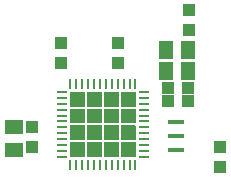
<source format=gbr>
G04 EAGLE Gerber RS-274X export*
G75*
%MOMM*%
%FSLAX34Y34*%
%LPD*%
%INSolderpaste Bottom*%
%IPPOS*%
%AMOC8*
5,1,8,0,0,1.08239X$1,22.5*%
G01*
%ADD10R,1.300000X1.500000*%
%ADD11R,1.000000X1.100000*%
%ADD12R,1.500000X1.300000*%
%ADD13R,1.100000X1.000000*%
%ADD14R,0.812800X0.254000*%
%ADD15R,0.254000X0.812800*%
%ADD16R,1.399997X0.400000*%

G36*
X807103Y561199D02*
X807103Y561199D01*
X807105Y561198D01*
X807148Y561218D01*
X807192Y561236D01*
X807192Y561238D01*
X807194Y561239D01*
X807227Y561324D01*
X807227Y573548D01*
X807226Y573550D01*
X807227Y573552D01*
X807207Y573595D01*
X807189Y573639D01*
X807187Y573639D01*
X807186Y573641D01*
X807101Y573674D01*
X794877Y573674D01*
X794875Y573673D01*
X794873Y573674D01*
X794830Y573654D01*
X794786Y573636D01*
X794786Y573634D01*
X794784Y573633D01*
X794751Y573548D01*
X794751Y561324D01*
X794752Y561322D01*
X794751Y561320D01*
X794771Y561277D01*
X794789Y561233D01*
X794791Y561233D01*
X794792Y561231D01*
X794877Y561198D01*
X807101Y561198D01*
X807103Y561199D01*
G37*
G36*
X835551Y561199D02*
X835551Y561199D01*
X835553Y561198D01*
X835596Y561218D01*
X835640Y561236D01*
X835640Y561238D01*
X835642Y561239D01*
X835675Y561324D01*
X835675Y573548D01*
X835674Y573550D01*
X835675Y573552D01*
X835655Y573595D01*
X835637Y573639D01*
X835635Y573639D01*
X835634Y573641D01*
X835549Y573674D01*
X823325Y573674D01*
X823323Y573673D01*
X823321Y573674D01*
X823278Y573654D01*
X823234Y573636D01*
X823234Y573634D01*
X823232Y573633D01*
X823199Y573548D01*
X823199Y561324D01*
X823200Y561322D01*
X823199Y561320D01*
X823219Y561277D01*
X823237Y561233D01*
X823239Y561233D01*
X823240Y561231D01*
X823325Y561198D01*
X835549Y561198D01*
X835551Y561199D01*
G37*
G36*
X821327Y561199D02*
X821327Y561199D01*
X821329Y561198D01*
X821372Y561218D01*
X821416Y561236D01*
X821416Y561238D01*
X821418Y561239D01*
X821451Y561324D01*
X821451Y573548D01*
X821450Y573550D01*
X821451Y573552D01*
X821431Y573595D01*
X821413Y573639D01*
X821411Y573639D01*
X821410Y573641D01*
X821325Y573674D01*
X809101Y573674D01*
X809099Y573673D01*
X809097Y573674D01*
X809054Y573654D01*
X809010Y573636D01*
X809010Y573634D01*
X809008Y573633D01*
X808975Y573548D01*
X808975Y561324D01*
X808976Y561322D01*
X808975Y561320D01*
X808995Y561277D01*
X809013Y561233D01*
X809015Y561233D01*
X809016Y561231D01*
X809101Y561198D01*
X821325Y561198D01*
X821327Y561199D01*
G37*
G36*
X849775Y561199D02*
X849775Y561199D01*
X849777Y561198D01*
X849820Y561218D01*
X849864Y561236D01*
X849864Y561238D01*
X849866Y561239D01*
X849899Y561324D01*
X849899Y573548D01*
X849898Y573550D01*
X849899Y573552D01*
X849879Y573595D01*
X849861Y573639D01*
X849859Y573639D01*
X849858Y573641D01*
X849773Y573674D01*
X837549Y573674D01*
X837547Y573673D01*
X837545Y573674D01*
X837502Y573654D01*
X837458Y573636D01*
X837458Y573634D01*
X837456Y573633D01*
X837423Y573548D01*
X837423Y561324D01*
X837424Y561322D01*
X837423Y561320D01*
X837443Y561277D01*
X837461Y561233D01*
X837463Y561233D01*
X837464Y561231D01*
X837549Y561198D01*
X849773Y561198D01*
X849775Y561199D01*
G37*
G36*
X835551Y546975D02*
X835551Y546975D01*
X835553Y546974D01*
X835596Y546994D01*
X835640Y547012D01*
X835640Y547014D01*
X835642Y547015D01*
X835675Y547100D01*
X835675Y559324D01*
X835674Y559326D01*
X835675Y559328D01*
X835655Y559371D01*
X835637Y559415D01*
X835635Y559415D01*
X835634Y559417D01*
X835549Y559450D01*
X823325Y559450D01*
X823323Y559449D01*
X823321Y559450D01*
X823278Y559430D01*
X823234Y559412D01*
X823234Y559410D01*
X823232Y559409D01*
X823199Y559324D01*
X823199Y547100D01*
X823200Y547098D01*
X823199Y547096D01*
X823219Y547053D01*
X823237Y547009D01*
X823239Y547009D01*
X823240Y547007D01*
X823325Y546974D01*
X835549Y546974D01*
X835551Y546975D01*
G37*
G36*
X807103Y546975D02*
X807103Y546975D01*
X807105Y546974D01*
X807148Y546994D01*
X807192Y547012D01*
X807192Y547014D01*
X807194Y547015D01*
X807227Y547100D01*
X807227Y559324D01*
X807226Y559326D01*
X807227Y559328D01*
X807207Y559371D01*
X807189Y559415D01*
X807187Y559415D01*
X807186Y559417D01*
X807101Y559450D01*
X794877Y559450D01*
X794875Y559449D01*
X794873Y559450D01*
X794830Y559430D01*
X794786Y559412D01*
X794786Y559410D01*
X794784Y559409D01*
X794751Y559324D01*
X794751Y547100D01*
X794752Y547098D01*
X794751Y547096D01*
X794771Y547053D01*
X794789Y547009D01*
X794791Y547009D01*
X794792Y547007D01*
X794877Y546974D01*
X807101Y546974D01*
X807103Y546975D01*
G37*
G36*
X821327Y546975D02*
X821327Y546975D01*
X821329Y546974D01*
X821372Y546994D01*
X821416Y547012D01*
X821416Y547014D01*
X821418Y547015D01*
X821451Y547100D01*
X821451Y559324D01*
X821450Y559326D01*
X821451Y559328D01*
X821431Y559371D01*
X821413Y559415D01*
X821411Y559415D01*
X821410Y559417D01*
X821325Y559450D01*
X809101Y559450D01*
X809099Y559449D01*
X809097Y559450D01*
X809054Y559430D01*
X809010Y559412D01*
X809010Y559410D01*
X809008Y559409D01*
X808975Y559324D01*
X808975Y547100D01*
X808976Y547098D01*
X808975Y547096D01*
X808995Y547053D01*
X809013Y547009D01*
X809015Y547009D01*
X809016Y547007D01*
X809101Y546974D01*
X821325Y546974D01*
X821327Y546975D01*
G37*
G36*
X849775Y546975D02*
X849775Y546975D01*
X849777Y546974D01*
X849820Y546994D01*
X849864Y547012D01*
X849864Y547014D01*
X849866Y547015D01*
X849899Y547100D01*
X849899Y559324D01*
X849898Y559326D01*
X849899Y559328D01*
X849879Y559371D01*
X849861Y559415D01*
X849859Y559415D01*
X849858Y559417D01*
X849773Y559450D01*
X837549Y559450D01*
X837547Y559449D01*
X837545Y559450D01*
X837502Y559430D01*
X837458Y559412D01*
X837458Y559410D01*
X837456Y559409D01*
X837423Y559324D01*
X837423Y547100D01*
X837424Y547098D01*
X837423Y547096D01*
X837443Y547053D01*
X837461Y547009D01*
X837463Y547009D01*
X837464Y547007D01*
X837549Y546974D01*
X849773Y546974D01*
X849775Y546975D01*
G37*
G36*
X807103Y532751D02*
X807103Y532751D01*
X807105Y532750D01*
X807148Y532770D01*
X807192Y532788D01*
X807192Y532790D01*
X807194Y532791D01*
X807227Y532876D01*
X807227Y545100D01*
X807226Y545102D01*
X807227Y545104D01*
X807207Y545147D01*
X807189Y545191D01*
X807187Y545191D01*
X807186Y545193D01*
X807101Y545226D01*
X794877Y545226D01*
X794875Y545225D01*
X794873Y545226D01*
X794830Y545206D01*
X794786Y545188D01*
X794786Y545186D01*
X794784Y545185D01*
X794751Y545100D01*
X794751Y532876D01*
X794752Y532874D01*
X794751Y532872D01*
X794771Y532829D01*
X794789Y532785D01*
X794791Y532785D01*
X794792Y532783D01*
X794877Y532750D01*
X807101Y532750D01*
X807103Y532751D01*
G37*
G36*
X835551Y532751D02*
X835551Y532751D01*
X835553Y532750D01*
X835596Y532770D01*
X835640Y532788D01*
X835640Y532790D01*
X835642Y532791D01*
X835675Y532876D01*
X835675Y545100D01*
X835674Y545102D01*
X835675Y545104D01*
X835655Y545147D01*
X835637Y545191D01*
X835635Y545191D01*
X835634Y545193D01*
X835549Y545226D01*
X823325Y545226D01*
X823323Y545225D01*
X823321Y545226D01*
X823278Y545206D01*
X823234Y545188D01*
X823234Y545186D01*
X823232Y545185D01*
X823199Y545100D01*
X823199Y532876D01*
X823200Y532874D01*
X823199Y532872D01*
X823219Y532829D01*
X823237Y532785D01*
X823239Y532785D01*
X823240Y532783D01*
X823325Y532750D01*
X835549Y532750D01*
X835551Y532751D01*
G37*
G36*
X821327Y532751D02*
X821327Y532751D01*
X821329Y532750D01*
X821372Y532770D01*
X821416Y532788D01*
X821416Y532790D01*
X821418Y532791D01*
X821451Y532876D01*
X821451Y545100D01*
X821450Y545102D01*
X821451Y545104D01*
X821431Y545147D01*
X821413Y545191D01*
X821411Y545191D01*
X821410Y545193D01*
X821325Y545226D01*
X809101Y545226D01*
X809099Y545225D01*
X809097Y545226D01*
X809054Y545206D01*
X809010Y545188D01*
X809010Y545186D01*
X809008Y545185D01*
X808975Y545100D01*
X808975Y532876D01*
X808976Y532874D01*
X808975Y532872D01*
X808995Y532829D01*
X809013Y532785D01*
X809015Y532785D01*
X809016Y532783D01*
X809101Y532750D01*
X821325Y532750D01*
X821327Y532751D01*
G37*
G36*
X849775Y532751D02*
X849775Y532751D01*
X849777Y532750D01*
X849820Y532770D01*
X849864Y532788D01*
X849864Y532790D01*
X849866Y532791D01*
X849899Y532876D01*
X849899Y545100D01*
X849898Y545102D01*
X849899Y545104D01*
X849879Y545147D01*
X849861Y545191D01*
X849859Y545191D01*
X849858Y545193D01*
X849773Y545226D01*
X837549Y545226D01*
X837547Y545225D01*
X837545Y545226D01*
X837502Y545206D01*
X837458Y545188D01*
X837458Y545186D01*
X837456Y545185D01*
X837423Y545100D01*
X837423Y532876D01*
X837424Y532874D01*
X837423Y532872D01*
X837443Y532829D01*
X837461Y532785D01*
X837463Y532785D01*
X837464Y532783D01*
X837549Y532750D01*
X849773Y532750D01*
X849775Y532751D01*
G37*
G36*
X821327Y518527D02*
X821327Y518527D01*
X821329Y518526D01*
X821372Y518546D01*
X821416Y518564D01*
X821416Y518566D01*
X821418Y518567D01*
X821451Y518652D01*
X821451Y530876D01*
X821450Y530878D01*
X821451Y530880D01*
X821431Y530923D01*
X821413Y530967D01*
X821411Y530967D01*
X821410Y530969D01*
X821325Y531002D01*
X809101Y531002D01*
X809099Y531001D01*
X809097Y531002D01*
X809054Y530982D01*
X809010Y530964D01*
X809010Y530962D01*
X809008Y530961D01*
X808975Y530876D01*
X808975Y518652D01*
X808976Y518650D01*
X808975Y518648D01*
X808995Y518605D01*
X809013Y518561D01*
X809015Y518561D01*
X809016Y518559D01*
X809101Y518526D01*
X821325Y518526D01*
X821327Y518527D01*
G37*
G36*
X835551Y518527D02*
X835551Y518527D01*
X835553Y518526D01*
X835596Y518546D01*
X835640Y518564D01*
X835640Y518566D01*
X835642Y518567D01*
X835675Y518652D01*
X835675Y530876D01*
X835674Y530878D01*
X835675Y530880D01*
X835655Y530923D01*
X835637Y530967D01*
X835635Y530967D01*
X835634Y530969D01*
X835549Y531002D01*
X823325Y531002D01*
X823323Y531001D01*
X823321Y531002D01*
X823278Y530982D01*
X823234Y530964D01*
X823234Y530962D01*
X823232Y530961D01*
X823199Y530876D01*
X823199Y518652D01*
X823200Y518650D01*
X823199Y518648D01*
X823219Y518605D01*
X823237Y518561D01*
X823239Y518561D01*
X823240Y518559D01*
X823325Y518526D01*
X835549Y518526D01*
X835551Y518527D01*
G37*
G36*
X849775Y518527D02*
X849775Y518527D01*
X849777Y518526D01*
X849820Y518546D01*
X849864Y518564D01*
X849864Y518566D01*
X849866Y518567D01*
X849899Y518652D01*
X849899Y530876D01*
X849898Y530878D01*
X849899Y530880D01*
X849879Y530923D01*
X849861Y530967D01*
X849859Y530967D01*
X849858Y530969D01*
X849773Y531002D01*
X837549Y531002D01*
X837547Y531001D01*
X837545Y531002D01*
X837502Y530982D01*
X837458Y530964D01*
X837458Y530962D01*
X837456Y530961D01*
X837423Y530876D01*
X837423Y518652D01*
X837424Y518650D01*
X837423Y518648D01*
X837443Y518605D01*
X837461Y518561D01*
X837463Y518561D01*
X837464Y518559D01*
X837549Y518526D01*
X849773Y518526D01*
X849775Y518527D01*
G37*
G36*
X807103Y518527D02*
X807103Y518527D01*
X807105Y518526D01*
X807148Y518546D01*
X807192Y518564D01*
X807192Y518566D01*
X807194Y518567D01*
X807227Y518652D01*
X807227Y530876D01*
X807226Y530878D01*
X807227Y530880D01*
X807207Y530923D01*
X807189Y530967D01*
X807187Y530967D01*
X807186Y530969D01*
X807101Y531002D01*
X794877Y531002D01*
X794875Y531001D01*
X794873Y531002D01*
X794830Y530982D01*
X794786Y530964D01*
X794786Y530962D01*
X794784Y530961D01*
X794751Y530876D01*
X794751Y518652D01*
X794752Y518650D01*
X794751Y518648D01*
X794771Y518605D01*
X794789Y518561D01*
X794791Y518561D01*
X794792Y518559D01*
X794877Y518526D01*
X807101Y518526D01*
X807103Y518527D01*
G37*
D10*
X875531Y591741D03*
X894531Y591741D03*
D11*
X762397Y543884D03*
X762397Y526884D03*
D12*
X747316Y543694D03*
X747316Y524694D03*
D13*
X877722Y577056D03*
X894722Y577056D03*
X877722Y565547D03*
X894722Y565547D03*
D10*
X875531Y609203D03*
X894531Y609203D03*
D11*
X921544Y526819D03*
X921544Y509819D03*
D13*
X835422Y598322D03*
X835422Y615322D03*
X894953Y642706D03*
X894953Y625706D03*
X786606Y615322D03*
X786606Y598322D03*
D14*
X856869Y573607D03*
X856869Y568606D03*
X856869Y563604D03*
X856869Y558603D03*
X856869Y553602D03*
X856869Y548601D03*
X856869Y543599D03*
X856869Y538598D03*
X856869Y533597D03*
X856869Y528596D03*
X856869Y523594D03*
X856869Y518593D03*
D15*
X849832Y511556D03*
X844831Y511556D03*
X839829Y511556D03*
X834828Y511556D03*
X829827Y511556D03*
X824826Y511556D03*
X819824Y511556D03*
X814823Y511556D03*
X809822Y511556D03*
X804821Y511556D03*
X799819Y511556D03*
X794818Y511556D03*
D14*
X787781Y518593D03*
X787781Y523594D03*
X787781Y528596D03*
X787781Y533597D03*
X787781Y538598D03*
X787781Y543599D03*
X787781Y548601D03*
X787781Y553602D03*
X787781Y558603D03*
X787781Y563604D03*
X787781Y568606D03*
X787781Y573607D03*
D15*
X794818Y580644D03*
X799819Y580644D03*
X804821Y580644D03*
X809822Y580644D03*
X814823Y580644D03*
X819824Y580644D03*
X824826Y580644D03*
X829827Y580644D03*
X834828Y580644D03*
X839829Y580644D03*
X844831Y580644D03*
X849832Y580644D03*
D16*
X883841Y524178D03*
X883841Y536178D03*
X883841Y548178D03*
M02*

</source>
